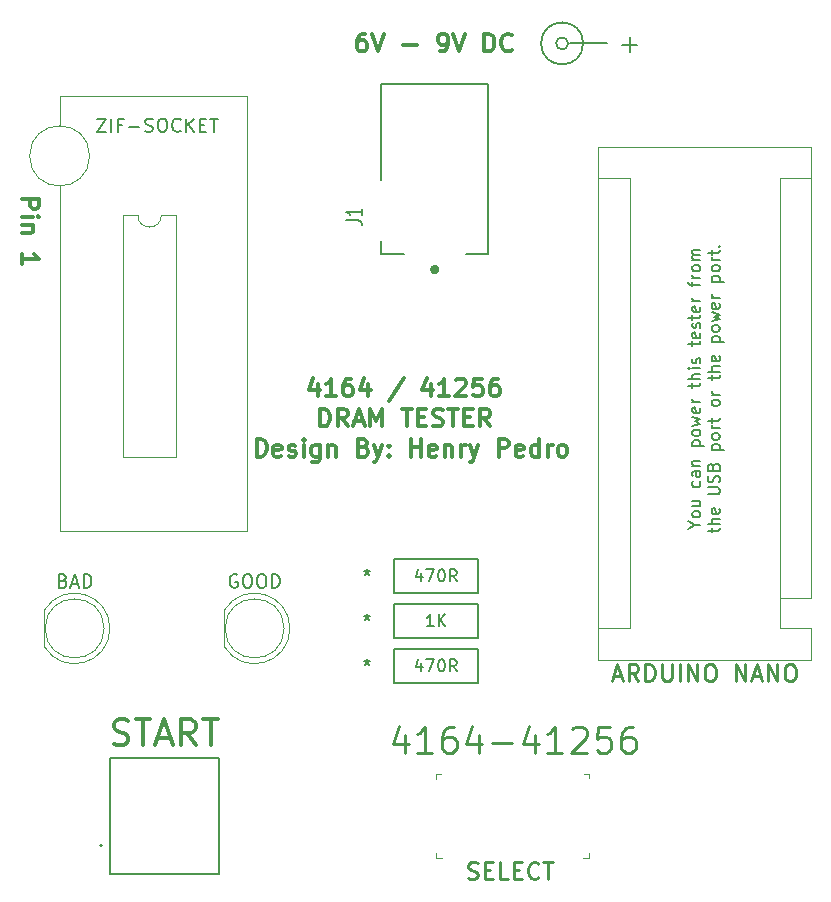
<source format=gbr>
G04 #@! TF.GenerationSoftware,KiCad,Pcbnew,(5.1.5)-3*
G04 #@! TF.CreationDate,2021-03-21T22:58:17-03:00*
G04 #@! TF.ProjectId,4164-41256 Tester,34313634-2d34-4313-9235-362054657374,rev?*
G04 #@! TF.SameCoordinates,Original*
G04 #@! TF.FileFunction,Legend,Top*
G04 #@! TF.FilePolarity,Positive*
%FSLAX46Y46*%
G04 Gerber Fmt 4.6, Leading zero omitted, Abs format (unit mm)*
G04 Created by KiCad (PCBNEW (5.1.5)-3) date 2021-03-21 22:58:17*
%MOMM*%
%LPD*%
G04 APERTURE LIST*
%ADD10C,0.120000*%
%ADD11C,0.203200*%
%ADD12C,0.300000*%
%ADD13C,0.254000*%
%ADD14C,0.150000*%
%ADD15C,0.304800*%
%ADD16C,0.152400*%
%ADD17C,0.200000*%
%ADD18C,0.127000*%
%ADD19C,0.400000*%
%ADD20C,0.100000*%
G04 APERTURE END LIST*
D10*
X76200000Y-93345000D02*
X76200000Y-88900000D01*
X76200000Y-81280000D02*
X76200000Y-83820000D01*
X78740000Y-86360000D02*
G75*
G03X78740000Y-86360000I-2540000J0D01*
G01*
X76200000Y-118110000D02*
X76200000Y-93345000D01*
X92075000Y-118110000D02*
X76200000Y-118110000D01*
X92075000Y-81280000D02*
X92075000Y-118110000D01*
X76200000Y-81280000D02*
X92075000Y-81280000D01*
D11*
X123831047Y-76952928D02*
X125088952Y-76952928D01*
X124460000Y-77581880D02*
X124460000Y-76323976D01*
X119380000Y-76835000D02*
X122555000Y-76835000D01*
X119253000Y-76835000D02*
G75*
G03X119253000Y-76835000I-508000J0D01*
G01*
X120523000Y-76835000D02*
G75*
G03X120523000Y-76835000I-1778000J0D01*
G01*
D12*
X98052857Y-105713571D02*
X98052857Y-106713571D01*
X97695714Y-105142142D02*
X97338571Y-106213571D01*
X98267142Y-106213571D01*
X99624285Y-106713571D02*
X98767142Y-106713571D01*
X99195714Y-106713571D02*
X99195714Y-105213571D01*
X99052857Y-105427857D01*
X98910000Y-105570714D01*
X98767142Y-105642142D01*
X100910000Y-105213571D02*
X100624285Y-105213571D01*
X100481428Y-105285000D01*
X100410000Y-105356428D01*
X100267142Y-105570714D01*
X100195714Y-105856428D01*
X100195714Y-106427857D01*
X100267142Y-106570714D01*
X100338571Y-106642142D01*
X100481428Y-106713571D01*
X100767142Y-106713571D01*
X100910000Y-106642142D01*
X100981428Y-106570714D01*
X101052857Y-106427857D01*
X101052857Y-106070714D01*
X100981428Y-105927857D01*
X100910000Y-105856428D01*
X100767142Y-105785000D01*
X100481428Y-105785000D01*
X100338571Y-105856428D01*
X100267142Y-105927857D01*
X100195714Y-106070714D01*
X102338571Y-105713571D02*
X102338571Y-106713571D01*
X101981428Y-105142142D02*
X101624285Y-106213571D01*
X102552857Y-106213571D01*
X105338571Y-105142142D02*
X104052857Y-107070714D01*
X107624285Y-105713571D02*
X107624285Y-106713571D01*
X107267142Y-105142142D02*
X106910000Y-106213571D01*
X107838571Y-106213571D01*
X109195714Y-106713571D02*
X108338571Y-106713571D01*
X108767142Y-106713571D02*
X108767142Y-105213571D01*
X108624285Y-105427857D01*
X108481428Y-105570714D01*
X108338571Y-105642142D01*
X109767142Y-105356428D02*
X109838571Y-105285000D01*
X109981428Y-105213571D01*
X110338571Y-105213571D01*
X110481428Y-105285000D01*
X110552857Y-105356428D01*
X110624285Y-105499285D01*
X110624285Y-105642142D01*
X110552857Y-105856428D01*
X109695714Y-106713571D01*
X110624285Y-106713571D01*
X111981428Y-105213571D02*
X111267142Y-105213571D01*
X111195714Y-105927857D01*
X111267142Y-105856428D01*
X111410000Y-105785000D01*
X111767142Y-105785000D01*
X111910000Y-105856428D01*
X111981428Y-105927857D01*
X112052857Y-106070714D01*
X112052857Y-106427857D01*
X111981428Y-106570714D01*
X111910000Y-106642142D01*
X111767142Y-106713571D01*
X111410000Y-106713571D01*
X111267142Y-106642142D01*
X111195714Y-106570714D01*
X113338571Y-105213571D02*
X113052857Y-105213571D01*
X112910000Y-105285000D01*
X112838571Y-105356428D01*
X112695714Y-105570714D01*
X112624285Y-105856428D01*
X112624285Y-106427857D01*
X112695714Y-106570714D01*
X112767142Y-106642142D01*
X112910000Y-106713571D01*
X113195714Y-106713571D01*
X113338571Y-106642142D01*
X113410000Y-106570714D01*
X113481428Y-106427857D01*
X113481428Y-106070714D01*
X113410000Y-105927857D01*
X113338571Y-105856428D01*
X113195714Y-105785000D01*
X112910000Y-105785000D01*
X112767142Y-105856428D01*
X112695714Y-105927857D01*
X112624285Y-106070714D01*
X98231428Y-109263571D02*
X98231428Y-107763571D01*
X98588571Y-107763571D01*
X98802857Y-107835000D01*
X98945714Y-107977857D01*
X99017142Y-108120714D01*
X99088571Y-108406428D01*
X99088571Y-108620714D01*
X99017142Y-108906428D01*
X98945714Y-109049285D01*
X98802857Y-109192142D01*
X98588571Y-109263571D01*
X98231428Y-109263571D01*
X100588571Y-109263571D02*
X100088571Y-108549285D01*
X99731428Y-109263571D02*
X99731428Y-107763571D01*
X100302857Y-107763571D01*
X100445714Y-107835000D01*
X100517142Y-107906428D01*
X100588571Y-108049285D01*
X100588571Y-108263571D01*
X100517142Y-108406428D01*
X100445714Y-108477857D01*
X100302857Y-108549285D01*
X99731428Y-108549285D01*
X101160000Y-108835000D02*
X101874285Y-108835000D01*
X101017142Y-109263571D02*
X101517142Y-107763571D01*
X102017142Y-109263571D01*
X102517142Y-109263571D02*
X102517142Y-107763571D01*
X103017142Y-108835000D01*
X103517142Y-107763571D01*
X103517142Y-109263571D01*
X105160000Y-107763571D02*
X106017142Y-107763571D01*
X105588571Y-109263571D02*
X105588571Y-107763571D01*
X106517142Y-108477857D02*
X107017142Y-108477857D01*
X107231428Y-109263571D02*
X106517142Y-109263571D01*
X106517142Y-107763571D01*
X107231428Y-107763571D01*
X107802857Y-109192142D02*
X108017142Y-109263571D01*
X108374285Y-109263571D01*
X108517142Y-109192142D01*
X108588571Y-109120714D01*
X108660000Y-108977857D01*
X108660000Y-108835000D01*
X108588571Y-108692142D01*
X108517142Y-108620714D01*
X108374285Y-108549285D01*
X108088571Y-108477857D01*
X107945714Y-108406428D01*
X107874285Y-108335000D01*
X107802857Y-108192142D01*
X107802857Y-108049285D01*
X107874285Y-107906428D01*
X107945714Y-107835000D01*
X108088571Y-107763571D01*
X108445714Y-107763571D01*
X108660000Y-107835000D01*
X109088571Y-107763571D02*
X109945714Y-107763571D01*
X109517142Y-109263571D02*
X109517142Y-107763571D01*
X110445714Y-108477857D02*
X110945714Y-108477857D01*
X111160000Y-109263571D02*
X110445714Y-109263571D01*
X110445714Y-107763571D01*
X111160000Y-107763571D01*
X112660000Y-109263571D02*
X112160000Y-108549285D01*
X111802857Y-109263571D02*
X111802857Y-107763571D01*
X112374285Y-107763571D01*
X112517142Y-107835000D01*
X112588571Y-107906428D01*
X112660000Y-108049285D01*
X112660000Y-108263571D01*
X112588571Y-108406428D01*
X112517142Y-108477857D01*
X112374285Y-108549285D01*
X111802857Y-108549285D01*
X92874285Y-111813571D02*
X92874285Y-110313571D01*
X93231428Y-110313571D01*
X93445714Y-110385000D01*
X93588571Y-110527857D01*
X93660000Y-110670714D01*
X93731428Y-110956428D01*
X93731428Y-111170714D01*
X93660000Y-111456428D01*
X93588571Y-111599285D01*
X93445714Y-111742142D01*
X93231428Y-111813571D01*
X92874285Y-111813571D01*
X94945714Y-111742142D02*
X94802857Y-111813571D01*
X94517142Y-111813571D01*
X94374285Y-111742142D01*
X94302857Y-111599285D01*
X94302857Y-111027857D01*
X94374285Y-110885000D01*
X94517142Y-110813571D01*
X94802857Y-110813571D01*
X94945714Y-110885000D01*
X95017142Y-111027857D01*
X95017142Y-111170714D01*
X94302857Y-111313571D01*
X95588571Y-111742142D02*
X95731428Y-111813571D01*
X96017142Y-111813571D01*
X96160000Y-111742142D01*
X96231428Y-111599285D01*
X96231428Y-111527857D01*
X96160000Y-111385000D01*
X96017142Y-111313571D01*
X95802857Y-111313571D01*
X95660000Y-111242142D01*
X95588571Y-111099285D01*
X95588571Y-111027857D01*
X95660000Y-110885000D01*
X95802857Y-110813571D01*
X96017142Y-110813571D01*
X96160000Y-110885000D01*
X96874285Y-111813571D02*
X96874285Y-110813571D01*
X96874285Y-110313571D02*
X96802857Y-110385000D01*
X96874285Y-110456428D01*
X96945714Y-110385000D01*
X96874285Y-110313571D01*
X96874285Y-110456428D01*
X98231428Y-110813571D02*
X98231428Y-112027857D01*
X98160000Y-112170714D01*
X98088571Y-112242142D01*
X97945714Y-112313571D01*
X97731428Y-112313571D01*
X97588571Y-112242142D01*
X98231428Y-111742142D02*
X98088571Y-111813571D01*
X97802857Y-111813571D01*
X97660000Y-111742142D01*
X97588571Y-111670714D01*
X97517142Y-111527857D01*
X97517142Y-111099285D01*
X97588571Y-110956428D01*
X97660000Y-110885000D01*
X97802857Y-110813571D01*
X98088571Y-110813571D01*
X98231428Y-110885000D01*
X98945714Y-110813571D02*
X98945714Y-111813571D01*
X98945714Y-110956428D02*
X99017142Y-110885000D01*
X99160000Y-110813571D01*
X99374285Y-110813571D01*
X99517142Y-110885000D01*
X99588571Y-111027857D01*
X99588571Y-111813571D01*
X101945714Y-111027857D02*
X102160000Y-111099285D01*
X102231428Y-111170714D01*
X102302857Y-111313571D01*
X102302857Y-111527857D01*
X102231428Y-111670714D01*
X102160000Y-111742142D01*
X102017142Y-111813571D01*
X101445714Y-111813571D01*
X101445714Y-110313571D01*
X101945714Y-110313571D01*
X102088571Y-110385000D01*
X102160000Y-110456428D01*
X102231428Y-110599285D01*
X102231428Y-110742142D01*
X102160000Y-110885000D01*
X102088571Y-110956428D01*
X101945714Y-111027857D01*
X101445714Y-111027857D01*
X102802857Y-110813571D02*
X103160000Y-111813571D01*
X103517142Y-110813571D02*
X103160000Y-111813571D01*
X103017142Y-112170714D01*
X102945714Y-112242142D01*
X102802857Y-112313571D01*
X104088571Y-111670714D02*
X104160000Y-111742142D01*
X104088571Y-111813571D01*
X104017142Y-111742142D01*
X104088571Y-111670714D01*
X104088571Y-111813571D01*
X104088571Y-110885000D02*
X104160000Y-110956428D01*
X104088571Y-111027857D01*
X104017142Y-110956428D01*
X104088571Y-110885000D01*
X104088571Y-111027857D01*
X105945714Y-111813571D02*
X105945714Y-110313571D01*
X105945714Y-111027857D02*
X106802857Y-111027857D01*
X106802857Y-111813571D02*
X106802857Y-110313571D01*
X108088571Y-111742142D02*
X107945714Y-111813571D01*
X107660000Y-111813571D01*
X107517142Y-111742142D01*
X107445714Y-111599285D01*
X107445714Y-111027857D01*
X107517142Y-110885000D01*
X107660000Y-110813571D01*
X107945714Y-110813571D01*
X108088571Y-110885000D01*
X108160000Y-111027857D01*
X108160000Y-111170714D01*
X107445714Y-111313571D01*
X108802857Y-110813571D02*
X108802857Y-111813571D01*
X108802857Y-110956428D02*
X108874285Y-110885000D01*
X109017142Y-110813571D01*
X109231428Y-110813571D01*
X109374285Y-110885000D01*
X109445714Y-111027857D01*
X109445714Y-111813571D01*
X110160000Y-111813571D02*
X110160000Y-110813571D01*
X110160000Y-111099285D02*
X110231428Y-110956428D01*
X110302857Y-110885000D01*
X110445714Y-110813571D01*
X110588571Y-110813571D01*
X110945714Y-110813571D02*
X111302857Y-111813571D01*
X111660000Y-110813571D02*
X111302857Y-111813571D01*
X111160000Y-112170714D01*
X111088571Y-112242142D01*
X110945714Y-112313571D01*
X113374285Y-111813571D02*
X113374285Y-110313571D01*
X113945714Y-110313571D01*
X114088571Y-110385000D01*
X114160000Y-110456428D01*
X114231428Y-110599285D01*
X114231428Y-110813571D01*
X114160000Y-110956428D01*
X114088571Y-111027857D01*
X113945714Y-111099285D01*
X113374285Y-111099285D01*
X115445714Y-111742142D02*
X115302857Y-111813571D01*
X115017142Y-111813571D01*
X114874285Y-111742142D01*
X114802857Y-111599285D01*
X114802857Y-111027857D01*
X114874285Y-110885000D01*
X115017142Y-110813571D01*
X115302857Y-110813571D01*
X115445714Y-110885000D01*
X115517142Y-111027857D01*
X115517142Y-111170714D01*
X114802857Y-111313571D01*
X116802857Y-111813571D02*
X116802857Y-110313571D01*
X116802857Y-111742142D02*
X116660000Y-111813571D01*
X116374285Y-111813571D01*
X116231428Y-111742142D01*
X116160000Y-111670714D01*
X116088571Y-111527857D01*
X116088571Y-111099285D01*
X116160000Y-110956428D01*
X116231428Y-110885000D01*
X116374285Y-110813571D01*
X116660000Y-110813571D01*
X116802857Y-110885000D01*
X117517142Y-111813571D02*
X117517142Y-110813571D01*
X117517142Y-111099285D02*
X117588571Y-110956428D01*
X117660000Y-110885000D01*
X117802857Y-110813571D01*
X117945714Y-110813571D01*
X118660000Y-111813571D02*
X118517142Y-111742142D01*
X118445714Y-111670714D01*
X118374285Y-111527857D01*
X118374285Y-111099285D01*
X118445714Y-110956428D01*
X118517142Y-110885000D01*
X118660000Y-110813571D01*
X118874285Y-110813571D01*
X119017142Y-110885000D01*
X119088571Y-110956428D01*
X119160000Y-111099285D01*
X119160000Y-111527857D01*
X119088571Y-111670714D01*
X119017142Y-111742142D01*
X118874285Y-111813571D01*
X118660000Y-111813571D01*
D13*
X110777866Y-147514733D02*
X110981066Y-147582466D01*
X111319733Y-147582466D01*
X111455200Y-147514733D01*
X111522933Y-147447000D01*
X111590666Y-147311533D01*
X111590666Y-147176066D01*
X111522933Y-147040600D01*
X111455200Y-146972866D01*
X111319733Y-146905133D01*
X111048800Y-146837400D01*
X110913333Y-146769666D01*
X110845600Y-146701933D01*
X110777866Y-146566466D01*
X110777866Y-146431000D01*
X110845600Y-146295533D01*
X110913333Y-146227800D01*
X111048800Y-146160066D01*
X111387466Y-146160066D01*
X111590666Y-146227800D01*
X112200266Y-146837400D02*
X112674400Y-146837400D01*
X112877600Y-147582466D02*
X112200266Y-147582466D01*
X112200266Y-146160066D01*
X112877600Y-146160066D01*
X114164533Y-147582466D02*
X113487200Y-147582466D01*
X113487200Y-146160066D01*
X114638666Y-146837400D02*
X115112800Y-146837400D01*
X115316000Y-147582466D02*
X114638666Y-147582466D01*
X114638666Y-146160066D01*
X115316000Y-146160066D01*
X116738400Y-147447000D02*
X116670666Y-147514733D01*
X116467466Y-147582466D01*
X116332000Y-147582466D01*
X116128800Y-147514733D01*
X115993333Y-147379266D01*
X115925600Y-147243800D01*
X115857866Y-146972866D01*
X115857866Y-146769666D01*
X115925600Y-146498733D01*
X115993333Y-146363266D01*
X116128800Y-146227800D01*
X116332000Y-146160066D01*
X116467466Y-146160066D01*
X116670666Y-146227800D01*
X116738400Y-146295533D01*
X117144800Y-146160066D02*
X117957600Y-146160066D01*
X117551200Y-147582466D02*
X117551200Y-146160066D01*
D14*
X129961190Y-117592619D02*
X130437380Y-117592619D01*
X129437380Y-117925952D02*
X129961190Y-117592619D01*
X129437380Y-117259285D01*
X130437380Y-116783095D02*
X130389761Y-116878333D01*
X130342142Y-116925952D01*
X130246904Y-116973571D01*
X129961190Y-116973571D01*
X129865952Y-116925952D01*
X129818333Y-116878333D01*
X129770714Y-116783095D01*
X129770714Y-116640238D01*
X129818333Y-116545000D01*
X129865952Y-116497380D01*
X129961190Y-116449761D01*
X130246904Y-116449761D01*
X130342142Y-116497380D01*
X130389761Y-116545000D01*
X130437380Y-116640238D01*
X130437380Y-116783095D01*
X129770714Y-115592619D02*
X130437380Y-115592619D01*
X129770714Y-116021190D02*
X130294523Y-116021190D01*
X130389761Y-115973571D01*
X130437380Y-115878333D01*
X130437380Y-115735476D01*
X130389761Y-115640238D01*
X130342142Y-115592619D01*
X130389761Y-113925952D02*
X130437380Y-114021190D01*
X130437380Y-114211666D01*
X130389761Y-114306904D01*
X130342142Y-114354523D01*
X130246904Y-114402142D01*
X129961190Y-114402142D01*
X129865952Y-114354523D01*
X129818333Y-114306904D01*
X129770714Y-114211666D01*
X129770714Y-114021190D01*
X129818333Y-113925952D01*
X130437380Y-113068809D02*
X129913571Y-113068809D01*
X129818333Y-113116428D01*
X129770714Y-113211666D01*
X129770714Y-113402142D01*
X129818333Y-113497380D01*
X130389761Y-113068809D02*
X130437380Y-113164047D01*
X130437380Y-113402142D01*
X130389761Y-113497380D01*
X130294523Y-113545000D01*
X130199285Y-113545000D01*
X130104047Y-113497380D01*
X130056428Y-113402142D01*
X130056428Y-113164047D01*
X130008809Y-113068809D01*
X129770714Y-112592619D02*
X130437380Y-112592619D01*
X129865952Y-112592619D02*
X129818333Y-112545000D01*
X129770714Y-112449761D01*
X129770714Y-112306904D01*
X129818333Y-112211666D01*
X129913571Y-112164047D01*
X130437380Y-112164047D01*
X129770714Y-110925952D02*
X130770714Y-110925952D01*
X129818333Y-110925952D02*
X129770714Y-110830714D01*
X129770714Y-110640238D01*
X129818333Y-110545000D01*
X129865952Y-110497380D01*
X129961190Y-110449761D01*
X130246904Y-110449761D01*
X130342142Y-110497380D01*
X130389761Y-110545000D01*
X130437380Y-110640238D01*
X130437380Y-110830714D01*
X130389761Y-110925952D01*
X130437380Y-109878333D02*
X130389761Y-109973571D01*
X130342142Y-110021190D01*
X130246904Y-110068809D01*
X129961190Y-110068809D01*
X129865952Y-110021190D01*
X129818333Y-109973571D01*
X129770714Y-109878333D01*
X129770714Y-109735476D01*
X129818333Y-109640238D01*
X129865952Y-109592619D01*
X129961190Y-109545000D01*
X130246904Y-109545000D01*
X130342142Y-109592619D01*
X130389761Y-109640238D01*
X130437380Y-109735476D01*
X130437380Y-109878333D01*
X129770714Y-109211666D02*
X130437380Y-109021190D01*
X129961190Y-108830714D01*
X130437380Y-108640238D01*
X129770714Y-108449761D01*
X130389761Y-107687857D02*
X130437380Y-107783095D01*
X130437380Y-107973571D01*
X130389761Y-108068809D01*
X130294523Y-108116428D01*
X129913571Y-108116428D01*
X129818333Y-108068809D01*
X129770714Y-107973571D01*
X129770714Y-107783095D01*
X129818333Y-107687857D01*
X129913571Y-107640238D01*
X130008809Y-107640238D01*
X130104047Y-108116428D01*
X130437380Y-107211666D02*
X129770714Y-107211666D01*
X129961190Y-107211666D02*
X129865952Y-107164047D01*
X129818333Y-107116428D01*
X129770714Y-107021190D01*
X129770714Y-106925952D01*
X129770714Y-105973571D02*
X129770714Y-105592619D01*
X129437380Y-105830714D02*
X130294523Y-105830714D01*
X130389761Y-105783095D01*
X130437380Y-105687857D01*
X130437380Y-105592619D01*
X130437380Y-105259285D02*
X129437380Y-105259285D01*
X130437380Y-104830714D02*
X129913571Y-104830714D01*
X129818333Y-104878333D01*
X129770714Y-104973571D01*
X129770714Y-105116428D01*
X129818333Y-105211666D01*
X129865952Y-105259285D01*
X130437380Y-104354523D02*
X129770714Y-104354523D01*
X129437380Y-104354523D02*
X129485000Y-104402142D01*
X129532619Y-104354523D01*
X129485000Y-104306904D01*
X129437380Y-104354523D01*
X129532619Y-104354523D01*
X130389761Y-103925952D02*
X130437380Y-103830714D01*
X130437380Y-103640238D01*
X130389761Y-103545000D01*
X130294523Y-103497380D01*
X130246904Y-103497380D01*
X130151666Y-103545000D01*
X130104047Y-103640238D01*
X130104047Y-103783095D01*
X130056428Y-103878333D01*
X129961190Y-103925952D01*
X129913571Y-103925952D01*
X129818333Y-103878333D01*
X129770714Y-103783095D01*
X129770714Y-103640238D01*
X129818333Y-103545000D01*
X129770714Y-102449761D02*
X129770714Y-102068809D01*
X129437380Y-102306904D02*
X130294523Y-102306904D01*
X130389761Y-102259285D01*
X130437380Y-102164047D01*
X130437380Y-102068809D01*
X130389761Y-101354523D02*
X130437380Y-101449761D01*
X130437380Y-101640238D01*
X130389761Y-101735476D01*
X130294523Y-101783095D01*
X129913571Y-101783095D01*
X129818333Y-101735476D01*
X129770714Y-101640238D01*
X129770714Y-101449761D01*
X129818333Y-101354523D01*
X129913571Y-101306904D01*
X130008809Y-101306904D01*
X130104047Y-101783095D01*
X130389761Y-100925952D02*
X130437380Y-100830714D01*
X130437380Y-100640238D01*
X130389761Y-100545000D01*
X130294523Y-100497380D01*
X130246904Y-100497380D01*
X130151666Y-100545000D01*
X130104047Y-100640238D01*
X130104047Y-100783095D01*
X130056428Y-100878333D01*
X129961190Y-100925952D01*
X129913571Y-100925952D01*
X129818333Y-100878333D01*
X129770714Y-100783095D01*
X129770714Y-100640238D01*
X129818333Y-100545000D01*
X129770714Y-100211666D02*
X129770714Y-99830714D01*
X129437380Y-100068809D02*
X130294523Y-100068809D01*
X130389761Y-100021190D01*
X130437380Y-99925952D01*
X130437380Y-99830714D01*
X130389761Y-99116428D02*
X130437380Y-99211666D01*
X130437380Y-99402142D01*
X130389761Y-99497380D01*
X130294523Y-99545000D01*
X129913571Y-99545000D01*
X129818333Y-99497380D01*
X129770714Y-99402142D01*
X129770714Y-99211666D01*
X129818333Y-99116428D01*
X129913571Y-99068809D01*
X130008809Y-99068809D01*
X130104047Y-99545000D01*
X130437380Y-98640238D02*
X129770714Y-98640238D01*
X129961190Y-98640238D02*
X129865952Y-98592619D01*
X129818333Y-98545000D01*
X129770714Y-98449761D01*
X129770714Y-98354523D01*
X129770714Y-97402142D02*
X129770714Y-97021190D01*
X130437380Y-97259285D02*
X129580238Y-97259285D01*
X129485000Y-97211666D01*
X129437380Y-97116428D01*
X129437380Y-97021190D01*
X130437380Y-96687857D02*
X129770714Y-96687857D01*
X129961190Y-96687857D02*
X129865952Y-96640238D01*
X129818333Y-96592619D01*
X129770714Y-96497380D01*
X129770714Y-96402142D01*
X130437380Y-95925952D02*
X130389761Y-96021190D01*
X130342142Y-96068809D01*
X130246904Y-96116428D01*
X129961190Y-96116428D01*
X129865952Y-96068809D01*
X129818333Y-96021190D01*
X129770714Y-95925952D01*
X129770714Y-95783095D01*
X129818333Y-95687857D01*
X129865952Y-95640238D01*
X129961190Y-95592619D01*
X130246904Y-95592619D01*
X130342142Y-95640238D01*
X130389761Y-95687857D01*
X130437380Y-95783095D01*
X130437380Y-95925952D01*
X130437380Y-95164047D02*
X129770714Y-95164047D01*
X129865952Y-95164047D02*
X129818333Y-95116428D01*
X129770714Y-95021190D01*
X129770714Y-94878333D01*
X129818333Y-94783095D01*
X129913571Y-94735476D01*
X130437380Y-94735476D01*
X129913571Y-94735476D02*
X129818333Y-94687857D01*
X129770714Y-94592619D01*
X129770714Y-94449761D01*
X129818333Y-94354523D01*
X129913571Y-94306904D01*
X130437380Y-94306904D01*
X131420714Y-118235476D02*
X131420714Y-117854523D01*
X131087380Y-118092619D02*
X131944523Y-118092619D01*
X132039761Y-118045000D01*
X132087380Y-117949761D01*
X132087380Y-117854523D01*
X132087380Y-117521190D02*
X131087380Y-117521190D01*
X132087380Y-117092619D02*
X131563571Y-117092619D01*
X131468333Y-117140238D01*
X131420714Y-117235476D01*
X131420714Y-117378333D01*
X131468333Y-117473571D01*
X131515952Y-117521190D01*
X132039761Y-116235476D02*
X132087380Y-116330714D01*
X132087380Y-116521190D01*
X132039761Y-116616428D01*
X131944523Y-116664047D01*
X131563571Y-116664047D01*
X131468333Y-116616428D01*
X131420714Y-116521190D01*
X131420714Y-116330714D01*
X131468333Y-116235476D01*
X131563571Y-116187857D01*
X131658809Y-116187857D01*
X131754047Y-116664047D01*
X131087380Y-114997380D02*
X131896904Y-114997380D01*
X131992142Y-114949761D01*
X132039761Y-114902142D01*
X132087380Y-114806904D01*
X132087380Y-114616428D01*
X132039761Y-114521190D01*
X131992142Y-114473571D01*
X131896904Y-114425952D01*
X131087380Y-114425952D01*
X132039761Y-113997380D02*
X132087380Y-113854523D01*
X132087380Y-113616428D01*
X132039761Y-113521190D01*
X131992142Y-113473571D01*
X131896904Y-113425952D01*
X131801666Y-113425952D01*
X131706428Y-113473571D01*
X131658809Y-113521190D01*
X131611190Y-113616428D01*
X131563571Y-113806904D01*
X131515952Y-113902142D01*
X131468333Y-113949761D01*
X131373095Y-113997380D01*
X131277857Y-113997380D01*
X131182619Y-113949761D01*
X131135000Y-113902142D01*
X131087380Y-113806904D01*
X131087380Y-113568809D01*
X131135000Y-113425952D01*
X131563571Y-112664047D02*
X131611190Y-112521190D01*
X131658809Y-112473571D01*
X131754047Y-112425952D01*
X131896904Y-112425952D01*
X131992142Y-112473571D01*
X132039761Y-112521190D01*
X132087380Y-112616428D01*
X132087380Y-112997380D01*
X131087380Y-112997380D01*
X131087380Y-112664047D01*
X131135000Y-112568809D01*
X131182619Y-112521190D01*
X131277857Y-112473571D01*
X131373095Y-112473571D01*
X131468333Y-112521190D01*
X131515952Y-112568809D01*
X131563571Y-112664047D01*
X131563571Y-112997380D01*
X131420714Y-111235476D02*
X132420714Y-111235476D01*
X131468333Y-111235476D02*
X131420714Y-111140238D01*
X131420714Y-110949761D01*
X131468333Y-110854523D01*
X131515952Y-110806904D01*
X131611190Y-110759285D01*
X131896904Y-110759285D01*
X131992142Y-110806904D01*
X132039761Y-110854523D01*
X132087380Y-110949761D01*
X132087380Y-111140238D01*
X132039761Y-111235476D01*
X132087380Y-110187857D02*
X132039761Y-110283095D01*
X131992142Y-110330714D01*
X131896904Y-110378333D01*
X131611190Y-110378333D01*
X131515952Y-110330714D01*
X131468333Y-110283095D01*
X131420714Y-110187857D01*
X131420714Y-110045000D01*
X131468333Y-109949761D01*
X131515952Y-109902142D01*
X131611190Y-109854523D01*
X131896904Y-109854523D01*
X131992142Y-109902142D01*
X132039761Y-109949761D01*
X132087380Y-110045000D01*
X132087380Y-110187857D01*
X132087380Y-109425952D02*
X131420714Y-109425952D01*
X131611190Y-109425952D02*
X131515952Y-109378333D01*
X131468333Y-109330714D01*
X131420714Y-109235476D01*
X131420714Y-109140238D01*
X131420714Y-108949761D02*
X131420714Y-108568809D01*
X131087380Y-108806904D02*
X131944523Y-108806904D01*
X132039761Y-108759285D01*
X132087380Y-108664047D01*
X132087380Y-108568809D01*
X132087380Y-107330714D02*
X132039761Y-107425952D01*
X131992142Y-107473571D01*
X131896904Y-107521190D01*
X131611190Y-107521190D01*
X131515952Y-107473571D01*
X131468333Y-107425952D01*
X131420714Y-107330714D01*
X131420714Y-107187857D01*
X131468333Y-107092619D01*
X131515952Y-107045000D01*
X131611190Y-106997380D01*
X131896904Y-106997380D01*
X131992142Y-107045000D01*
X132039761Y-107092619D01*
X132087380Y-107187857D01*
X132087380Y-107330714D01*
X132087380Y-106568809D02*
X131420714Y-106568809D01*
X131611190Y-106568809D02*
X131515952Y-106521190D01*
X131468333Y-106473571D01*
X131420714Y-106378333D01*
X131420714Y-106283095D01*
X131420714Y-105330714D02*
X131420714Y-104949761D01*
X131087380Y-105187857D02*
X131944523Y-105187857D01*
X132039761Y-105140238D01*
X132087380Y-105045000D01*
X132087380Y-104949761D01*
X132087380Y-104616428D02*
X131087380Y-104616428D01*
X132087380Y-104187857D02*
X131563571Y-104187857D01*
X131468333Y-104235476D01*
X131420714Y-104330714D01*
X131420714Y-104473571D01*
X131468333Y-104568809D01*
X131515952Y-104616428D01*
X132039761Y-103330714D02*
X132087380Y-103425952D01*
X132087380Y-103616428D01*
X132039761Y-103711666D01*
X131944523Y-103759285D01*
X131563571Y-103759285D01*
X131468333Y-103711666D01*
X131420714Y-103616428D01*
X131420714Y-103425952D01*
X131468333Y-103330714D01*
X131563571Y-103283095D01*
X131658809Y-103283095D01*
X131754047Y-103759285D01*
X131420714Y-102092619D02*
X132420714Y-102092619D01*
X131468333Y-102092619D02*
X131420714Y-101997380D01*
X131420714Y-101806904D01*
X131468333Y-101711666D01*
X131515952Y-101664047D01*
X131611190Y-101616428D01*
X131896904Y-101616428D01*
X131992142Y-101664047D01*
X132039761Y-101711666D01*
X132087380Y-101806904D01*
X132087380Y-101997380D01*
X132039761Y-102092619D01*
X132087380Y-101045000D02*
X132039761Y-101140238D01*
X131992142Y-101187857D01*
X131896904Y-101235476D01*
X131611190Y-101235476D01*
X131515952Y-101187857D01*
X131468333Y-101140238D01*
X131420714Y-101045000D01*
X131420714Y-100902142D01*
X131468333Y-100806904D01*
X131515952Y-100759285D01*
X131611190Y-100711666D01*
X131896904Y-100711666D01*
X131992142Y-100759285D01*
X132039761Y-100806904D01*
X132087380Y-100902142D01*
X132087380Y-101045000D01*
X131420714Y-100378333D02*
X132087380Y-100187857D01*
X131611190Y-99997380D01*
X132087380Y-99806904D01*
X131420714Y-99616428D01*
X132039761Y-98854523D02*
X132087380Y-98949761D01*
X132087380Y-99140238D01*
X132039761Y-99235476D01*
X131944523Y-99283095D01*
X131563571Y-99283095D01*
X131468333Y-99235476D01*
X131420714Y-99140238D01*
X131420714Y-98949761D01*
X131468333Y-98854523D01*
X131563571Y-98806904D01*
X131658809Y-98806904D01*
X131754047Y-99283095D01*
X132087380Y-98378333D02*
X131420714Y-98378333D01*
X131611190Y-98378333D02*
X131515952Y-98330714D01*
X131468333Y-98283095D01*
X131420714Y-98187857D01*
X131420714Y-98092619D01*
X131420714Y-96997380D02*
X132420714Y-96997380D01*
X131468333Y-96997380D02*
X131420714Y-96902142D01*
X131420714Y-96711666D01*
X131468333Y-96616428D01*
X131515952Y-96568809D01*
X131611190Y-96521190D01*
X131896904Y-96521190D01*
X131992142Y-96568809D01*
X132039761Y-96616428D01*
X132087380Y-96711666D01*
X132087380Y-96902142D01*
X132039761Y-96997380D01*
X132087380Y-95949761D02*
X132039761Y-96045000D01*
X131992142Y-96092619D01*
X131896904Y-96140238D01*
X131611190Y-96140238D01*
X131515952Y-96092619D01*
X131468333Y-96045000D01*
X131420714Y-95949761D01*
X131420714Y-95806904D01*
X131468333Y-95711666D01*
X131515952Y-95664047D01*
X131611190Y-95616428D01*
X131896904Y-95616428D01*
X131992142Y-95664047D01*
X132039761Y-95711666D01*
X132087380Y-95806904D01*
X132087380Y-95949761D01*
X132087380Y-95187857D02*
X131420714Y-95187857D01*
X131611190Y-95187857D02*
X131515952Y-95140238D01*
X131468333Y-95092619D01*
X131420714Y-94997380D01*
X131420714Y-94902142D01*
X131420714Y-94711666D02*
X131420714Y-94330714D01*
X131087380Y-94568809D02*
X131944523Y-94568809D01*
X132039761Y-94521190D01*
X132087380Y-94425952D01*
X132087380Y-94330714D01*
X131992142Y-93997380D02*
X132039761Y-93949761D01*
X132087380Y-93997380D01*
X132039761Y-94045000D01*
X131992142Y-93997380D01*
X132087380Y-93997380D01*
D15*
X80773209Y-136139161D02*
X81085266Y-136243180D01*
X81605361Y-136243180D01*
X81813400Y-136139161D01*
X81917419Y-136035142D01*
X82021438Y-135827104D01*
X82021438Y-135619066D01*
X81917419Y-135411028D01*
X81813400Y-135307009D01*
X81605361Y-135202990D01*
X81189285Y-135098971D01*
X80981247Y-134994952D01*
X80877228Y-134890933D01*
X80773209Y-134682895D01*
X80773209Y-134474857D01*
X80877228Y-134266819D01*
X80981247Y-134162800D01*
X81189285Y-134058780D01*
X81709380Y-134058780D01*
X82021438Y-134162800D01*
X82645552Y-134058780D02*
X83893780Y-134058780D01*
X83269666Y-136243180D02*
X83269666Y-134058780D01*
X84517895Y-135619066D02*
X85558085Y-135619066D01*
X84309857Y-136243180D02*
X85037990Y-134058780D01*
X85766123Y-136243180D01*
X87742485Y-136243180D02*
X87014352Y-135202990D01*
X86494257Y-136243180D02*
X86494257Y-134058780D01*
X87326409Y-134058780D01*
X87534447Y-134162800D01*
X87638466Y-134266819D01*
X87742485Y-134474857D01*
X87742485Y-134786914D01*
X87638466Y-134994952D01*
X87534447Y-135098971D01*
X87326409Y-135202990D01*
X86494257Y-135202990D01*
X88366600Y-134058780D02*
X89614828Y-134058780D01*
X88990714Y-136243180D02*
X88990714Y-134058780D01*
D12*
X102092857Y-76013571D02*
X101807142Y-76013571D01*
X101664285Y-76085000D01*
X101592857Y-76156428D01*
X101450000Y-76370714D01*
X101378571Y-76656428D01*
X101378571Y-77227857D01*
X101450000Y-77370714D01*
X101521428Y-77442142D01*
X101664285Y-77513571D01*
X101950000Y-77513571D01*
X102092857Y-77442142D01*
X102164285Y-77370714D01*
X102235714Y-77227857D01*
X102235714Y-76870714D01*
X102164285Y-76727857D01*
X102092857Y-76656428D01*
X101950000Y-76585000D01*
X101664285Y-76585000D01*
X101521428Y-76656428D01*
X101450000Y-76727857D01*
X101378571Y-76870714D01*
X102664285Y-76013571D02*
X103164285Y-77513571D01*
X103664285Y-76013571D01*
X105307142Y-76942142D02*
X106450000Y-76942142D01*
X108378571Y-77513571D02*
X108664285Y-77513571D01*
X108807142Y-77442142D01*
X108878571Y-77370714D01*
X109021428Y-77156428D01*
X109092857Y-76870714D01*
X109092857Y-76299285D01*
X109021428Y-76156428D01*
X108950000Y-76085000D01*
X108807142Y-76013571D01*
X108521428Y-76013571D01*
X108378571Y-76085000D01*
X108307142Y-76156428D01*
X108235714Y-76299285D01*
X108235714Y-76656428D01*
X108307142Y-76799285D01*
X108378571Y-76870714D01*
X108521428Y-76942142D01*
X108807142Y-76942142D01*
X108950000Y-76870714D01*
X109021428Y-76799285D01*
X109092857Y-76656428D01*
X109521428Y-76013571D02*
X110021428Y-77513571D01*
X110521428Y-76013571D01*
X112164285Y-77513571D02*
X112164285Y-76013571D01*
X112521428Y-76013571D01*
X112735714Y-76085000D01*
X112878571Y-76227857D01*
X112950000Y-76370714D01*
X113021428Y-76656428D01*
X113021428Y-76870714D01*
X112950000Y-77156428D01*
X112878571Y-77299285D01*
X112735714Y-77442142D01*
X112521428Y-77513571D01*
X112164285Y-77513571D01*
X114521428Y-77370714D02*
X114450000Y-77442142D01*
X114235714Y-77513571D01*
X114092857Y-77513571D01*
X113878571Y-77442142D01*
X113735714Y-77299285D01*
X113664285Y-77156428D01*
X113592857Y-76870714D01*
X113592857Y-76656428D01*
X113664285Y-76370714D01*
X113735714Y-76227857D01*
X113878571Y-76085000D01*
X114092857Y-76013571D01*
X114235714Y-76013571D01*
X114450000Y-76085000D01*
X114521428Y-76156428D01*
X72981428Y-89995714D02*
X74481428Y-89995714D01*
X74481428Y-90567142D01*
X74410000Y-90710000D01*
X74338571Y-90781428D01*
X74195714Y-90852857D01*
X73981428Y-90852857D01*
X73838571Y-90781428D01*
X73767142Y-90710000D01*
X73695714Y-90567142D01*
X73695714Y-89995714D01*
X72981428Y-91495714D02*
X73981428Y-91495714D01*
X74481428Y-91495714D02*
X74410000Y-91424285D01*
X74338571Y-91495714D01*
X74410000Y-91567142D01*
X74481428Y-91495714D01*
X74338571Y-91495714D01*
X73981428Y-92210000D02*
X72981428Y-92210000D01*
X73838571Y-92210000D02*
X73910000Y-92281428D01*
X73981428Y-92424285D01*
X73981428Y-92638571D01*
X73910000Y-92781428D01*
X73767142Y-92852857D01*
X72981428Y-92852857D01*
X72981428Y-95495714D02*
X72981428Y-94638571D01*
X72981428Y-95067142D02*
X74481428Y-95067142D01*
X74267142Y-94924285D01*
X74124285Y-94781428D01*
X74052857Y-94638571D01*
D10*
X121790000Y-129035000D02*
X139830000Y-129035000D01*
X121790000Y-85595000D02*
X121790000Y-129035000D01*
X139830000Y-85595000D02*
X121790000Y-85595000D01*
X137160000Y-88265000D02*
X139830000Y-88265000D01*
X137160000Y-123825000D02*
X137160000Y-88265000D01*
X137160000Y-123825000D02*
X139830000Y-123825000D01*
X124460000Y-88265000D02*
X121790000Y-88265000D01*
X124460000Y-126365000D02*
X124460000Y-88265000D01*
X124460000Y-126365000D02*
X121790000Y-126365000D01*
X139830000Y-129035000D02*
X139830000Y-126365000D01*
X139830000Y-123825000D02*
X139830000Y-85595000D01*
X137160000Y-126365000D02*
X139830000Y-126365000D01*
X137160000Y-123825000D02*
X137160000Y-126365000D01*
D16*
X104546400Y-124307600D02*
X104546400Y-127152400D01*
X111607600Y-124307600D02*
X104546400Y-124307600D01*
X111607600Y-127152400D02*
X111607600Y-124307600D01*
X104546400Y-127152400D02*
X111607600Y-127152400D01*
D17*
X79790000Y-144740000D02*
G75*
G03X79790000Y-144740000I-100000J0D01*
G01*
D18*
X80490000Y-147140000D02*
X89690000Y-147140000D01*
X89690000Y-137340000D02*
X80490000Y-137340000D01*
X89690000Y-147140000D02*
X89690000Y-137340000D01*
X80490000Y-137340000D02*
X80490000Y-147140000D01*
D10*
X86070000Y-91380000D02*
X84820000Y-91380000D01*
X86070000Y-111820000D02*
X86070000Y-91380000D01*
X81570000Y-111820000D02*
X86070000Y-111820000D01*
X81570000Y-91380000D02*
X81570000Y-111820000D01*
X82820000Y-91380000D02*
X81570000Y-91380000D01*
X84820000Y-91380000D02*
G75*
G02X82820000Y-91380000I-1000000J0D01*
G01*
D19*
X108150000Y-95980000D02*
G75*
G03X108150000Y-95980000I-200000J0D01*
G01*
D18*
X105400000Y-94680000D02*
X103450000Y-94680000D01*
X103450000Y-88430000D02*
X103450000Y-80280000D01*
X112450000Y-94680000D02*
X110600000Y-94680000D01*
X103450000Y-94680000D02*
X103450000Y-93530000D01*
X112450000Y-80280000D02*
X112450000Y-94680000D01*
X103450000Y-80280000D02*
X112450000Y-80280000D01*
D16*
X104546400Y-128117600D02*
X104546400Y-130962400D01*
X111607600Y-128117600D02*
X104546400Y-128117600D01*
X111607600Y-130962400D02*
X111607600Y-128117600D01*
X104546400Y-130962400D02*
X111607600Y-130962400D01*
X104546400Y-120497600D02*
X104546400Y-123342400D01*
X111607600Y-120497600D02*
X104546400Y-120497600D01*
X111607600Y-123342400D02*
X111607600Y-120497600D01*
X104546400Y-123342400D02*
X111607600Y-123342400D01*
D20*
X121005000Y-138715000D02*
X121005000Y-139065000D01*
X120630000Y-138715000D02*
X121005000Y-138715000D01*
X108105000Y-138715000D02*
X108505000Y-138715000D01*
X108105000Y-138715000D02*
X108105000Y-139090000D01*
X108105000Y-145765000D02*
X108105000Y-145340000D01*
X108105000Y-145765000D02*
X108555000Y-145765000D01*
X120980000Y-145765000D02*
X120530000Y-145765000D01*
X121005000Y-145765000D02*
X121005000Y-145340000D01*
D10*
X90150000Y-124820000D02*
X90150000Y-127910000D01*
X95210000Y-126365000D02*
G75*
G03X95210000Y-126365000I-2500000J0D01*
G01*
X95700000Y-126364538D02*
G75*
G02X90150000Y-127909830I-2990000J-462D01*
G01*
X95700000Y-126365462D02*
G75*
G03X90150000Y-124820170I-2990000J462D01*
G01*
X74910000Y-124820000D02*
X74910000Y-127910000D01*
X79970000Y-126365000D02*
G75*
G03X79970000Y-126365000I-2500000J0D01*
G01*
X80460000Y-126364538D02*
G75*
G02X74910000Y-127909830I-2990000J-462D01*
G01*
X80460000Y-126365462D02*
G75*
G03X74910000Y-124820170I-2990000J462D01*
G01*
D13*
X123088400Y-130412066D02*
X123765733Y-130412066D01*
X122952933Y-130818466D02*
X123427066Y-129396066D01*
X123901200Y-130818466D01*
X125188133Y-130818466D02*
X124714000Y-130141133D01*
X124375333Y-130818466D02*
X124375333Y-129396066D01*
X124917200Y-129396066D01*
X125052666Y-129463800D01*
X125120400Y-129531533D01*
X125188133Y-129667000D01*
X125188133Y-129870200D01*
X125120400Y-130005666D01*
X125052666Y-130073400D01*
X124917200Y-130141133D01*
X124375333Y-130141133D01*
X125797733Y-130818466D02*
X125797733Y-129396066D01*
X126136400Y-129396066D01*
X126339600Y-129463800D01*
X126475066Y-129599266D01*
X126542800Y-129734733D01*
X126610533Y-130005666D01*
X126610533Y-130208866D01*
X126542800Y-130479800D01*
X126475066Y-130615266D01*
X126339600Y-130750733D01*
X126136400Y-130818466D01*
X125797733Y-130818466D01*
X127220133Y-129396066D02*
X127220133Y-130547533D01*
X127287866Y-130683000D01*
X127355600Y-130750733D01*
X127491066Y-130818466D01*
X127762000Y-130818466D01*
X127897466Y-130750733D01*
X127965200Y-130683000D01*
X128032933Y-130547533D01*
X128032933Y-129396066D01*
X128710266Y-130818466D02*
X128710266Y-129396066D01*
X129387600Y-130818466D02*
X129387600Y-129396066D01*
X130200400Y-130818466D01*
X130200400Y-129396066D01*
X131148666Y-129396066D02*
X131419600Y-129396066D01*
X131555066Y-129463800D01*
X131690533Y-129599266D01*
X131758266Y-129870200D01*
X131758266Y-130344333D01*
X131690533Y-130615266D01*
X131555066Y-130750733D01*
X131419600Y-130818466D01*
X131148666Y-130818466D01*
X131013200Y-130750733D01*
X130877733Y-130615266D01*
X130810000Y-130344333D01*
X130810000Y-129870200D01*
X130877733Y-129599266D01*
X131013200Y-129463800D01*
X131148666Y-129396066D01*
X133451600Y-130818466D02*
X133451600Y-129396066D01*
X134264400Y-130818466D01*
X134264400Y-129396066D01*
X134874000Y-130412066D02*
X135551333Y-130412066D01*
X134738533Y-130818466D02*
X135212666Y-129396066D01*
X135686800Y-130818466D01*
X136160933Y-130818466D02*
X136160933Y-129396066D01*
X136973733Y-130818466D01*
X136973733Y-129396066D01*
X137922000Y-129396066D02*
X138192933Y-129396066D01*
X138328400Y-129463800D01*
X138463866Y-129599266D01*
X138531600Y-129870200D01*
X138531600Y-130344333D01*
X138463866Y-130615266D01*
X138328400Y-130750733D01*
X138192933Y-130818466D01*
X137922000Y-130818466D01*
X137786533Y-130750733D01*
X137651066Y-130615266D01*
X137583333Y-130344333D01*
X137583333Y-129870200D01*
X137651066Y-129599266D01*
X137786533Y-129463800D01*
X137922000Y-129396066D01*
D14*
X107862714Y-126182380D02*
X107291285Y-126182380D01*
X107577000Y-126182380D02*
X107577000Y-125182380D01*
X107481761Y-125325238D01*
X107386523Y-125420476D01*
X107291285Y-125468095D01*
X108291285Y-126182380D02*
X108291285Y-125182380D01*
X108862714Y-126182380D02*
X108434142Y-125610952D01*
X108862714Y-125182380D02*
X108291285Y-125753809D01*
X102235000Y-125182380D02*
X102235000Y-125420476D01*
X101996904Y-125325238D02*
X102235000Y-125420476D01*
X102473095Y-125325238D01*
X102092142Y-125610952D02*
X102235000Y-125420476D01*
X102377857Y-125610952D01*
D11*
X79365928Y-83194071D02*
X80127928Y-83194071D01*
X79365928Y-84337071D01*
X80127928Y-84337071D01*
X80563357Y-84337071D02*
X80563357Y-83194071D01*
X81488642Y-83738357D02*
X81107642Y-83738357D01*
X81107642Y-84337071D02*
X81107642Y-83194071D01*
X81651928Y-83194071D01*
X82087357Y-83901642D02*
X82958214Y-83901642D01*
X83448071Y-84282642D02*
X83611357Y-84337071D01*
X83883500Y-84337071D01*
X83992357Y-84282642D01*
X84046785Y-84228214D01*
X84101214Y-84119357D01*
X84101214Y-84010500D01*
X84046785Y-83901642D01*
X83992357Y-83847214D01*
X83883500Y-83792785D01*
X83665785Y-83738357D01*
X83556928Y-83683928D01*
X83502500Y-83629500D01*
X83448071Y-83520642D01*
X83448071Y-83411785D01*
X83502500Y-83302928D01*
X83556928Y-83248500D01*
X83665785Y-83194071D01*
X83937928Y-83194071D01*
X84101214Y-83248500D01*
X84808785Y-83194071D02*
X85026500Y-83194071D01*
X85135357Y-83248500D01*
X85244214Y-83357357D01*
X85298642Y-83575071D01*
X85298642Y-83956071D01*
X85244214Y-84173785D01*
X85135357Y-84282642D01*
X85026500Y-84337071D01*
X84808785Y-84337071D01*
X84699928Y-84282642D01*
X84591071Y-84173785D01*
X84536642Y-83956071D01*
X84536642Y-83575071D01*
X84591071Y-83357357D01*
X84699928Y-83248500D01*
X84808785Y-83194071D01*
X86441642Y-84228214D02*
X86387214Y-84282642D01*
X86223928Y-84337071D01*
X86115071Y-84337071D01*
X85951785Y-84282642D01*
X85842928Y-84173785D01*
X85788500Y-84064928D01*
X85734071Y-83847214D01*
X85734071Y-83683928D01*
X85788500Y-83466214D01*
X85842928Y-83357357D01*
X85951785Y-83248500D01*
X86115071Y-83194071D01*
X86223928Y-83194071D01*
X86387214Y-83248500D01*
X86441642Y-83302928D01*
X86931500Y-84337071D02*
X86931500Y-83194071D01*
X87584642Y-84337071D02*
X87094785Y-83683928D01*
X87584642Y-83194071D02*
X86931500Y-83847214D01*
X88074499Y-83738357D02*
X88455499Y-83738357D01*
X88618785Y-84337071D02*
X88074499Y-84337071D01*
X88074499Y-83194071D01*
X88618785Y-83194071D01*
X88945357Y-83194071D02*
X89598499Y-83194071D01*
X89271928Y-84337071D02*
X89271928Y-83194071D01*
D16*
X100414361Y-91826557D02*
X101412218Y-91826557D01*
X101611789Y-91874215D01*
X101744837Y-91969532D01*
X101811361Y-92112507D01*
X101811361Y-92207824D01*
X101811361Y-90825730D02*
X101811361Y-91397631D01*
X101811361Y-91111680D02*
X100414361Y-91111680D01*
X100613932Y-91206997D01*
X100746980Y-91302314D01*
X100813504Y-91397631D01*
D14*
X106815095Y-129325714D02*
X106815095Y-129992380D01*
X106577000Y-128944761D02*
X106338904Y-129659047D01*
X106957952Y-129659047D01*
X107243666Y-128992380D02*
X107910333Y-128992380D01*
X107481761Y-129992380D01*
X108481761Y-128992380D02*
X108577000Y-128992380D01*
X108672238Y-129040000D01*
X108719857Y-129087619D01*
X108767476Y-129182857D01*
X108815095Y-129373333D01*
X108815095Y-129611428D01*
X108767476Y-129801904D01*
X108719857Y-129897142D01*
X108672238Y-129944761D01*
X108577000Y-129992380D01*
X108481761Y-129992380D01*
X108386523Y-129944761D01*
X108338904Y-129897142D01*
X108291285Y-129801904D01*
X108243666Y-129611428D01*
X108243666Y-129373333D01*
X108291285Y-129182857D01*
X108338904Y-129087619D01*
X108386523Y-129040000D01*
X108481761Y-128992380D01*
X109815095Y-129992380D02*
X109481761Y-129516190D01*
X109243666Y-129992380D02*
X109243666Y-128992380D01*
X109624619Y-128992380D01*
X109719857Y-129040000D01*
X109767476Y-129087619D01*
X109815095Y-129182857D01*
X109815095Y-129325714D01*
X109767476Y-129420952D01*
X109719857Y-129468571D01*
X109624619Y-129516190D01*
X109243666Y-129516190D01*
X102235000Y-128992380D02*
X102235000Y-129230476D01*
X101996904Y-129135238D02*
X102235000Y-129230476D01*
X102473095Y-129135238D01*
X102092142Y-129420952D02*
X102235000Y-129230476D01*
X102377857Y-129420952D01*
X106815095Y-121705714D02*
X106815095Y-122372380D01*
X106577000Y-121324761D02*
X106338904Y-122039047D01*
X106957952Y-122039047D01*
X107243666Y-121372380D02*
X107910333Y-121372380D01*
X107481761Y-122372380D01*
X108481761Y-121372380D02*
X108577000Y-121372380D01*
X108672238Y-121420000D01*
X108719857Y-121467619D01*
X108767476Y-121562857D01*
X108815095Y-121753333D01*
X108815095Y-121991428D01*
X108767476Y-122181904D01*
X108719857Y-122277142D01*
X108672238Y-122324761D01*
X108577000Y-122372380D01*
X108481761Y-122372380D01*
X108386523Y-122324761D01*
X108338904Y-122277142D01*
X108291285Y-122181904D01*
X108243666Y-121991428D01*
X108243666Y-121753333D01*
X108291285Y-121562857D01*
X108338904Y-121467619D01*
X108386523Y-121420000D01*
X108481761Y-121372380D01*
X109815095Y-122372380D02*
X109481761Y-121896190D01*
X109243666Y-122372380D02*
X109243666Y-121372380D01*
X109624619Y-121372380D01*
X109719857Y-121420000D01*
X109767476Y-121467619D01*
X109815095Y-121562857D01*
X109815095Y-121705714D01*
X109767476Y-121800952D01*
X109719857Y-121848571D01*
X109624619Y-121896190D01*
X109243666Y-121896190D01*
X102235000Y-121372380D02*
X102235000Y-121610476D01*
X101996904Y-121515238D02*
X102235000Y-121610476D01*
X102473095Y-121515238D01*
X102092142Y-121800952D02*
X102235000Y-121610476D01*
X102377857Y-121800952D01*
D13*
X105437304Y-135421914D02*
X105437304Y-136878180D01*
X104917209Y-134589761D02*
X104397114Y-136150047D01*
X105749361Y-136150047D01*
X107725723Y-136878180D02*
X106477495Y-136878180D01*
X107101609Y-136878180D02*
X107101609Y-134693780D01*
X106893571Y-135005838D01*
X106685533Y-135213876D01*
X106477495Y-135317895D01*
X109598066Y-134693780D02*
X109181990Y-134693780D01*
X108973952Y-134797800D01*
X108869933Y-134901819D01*
X108661895Y-135213876D01*
X108557876Y-135629952D01*
X108557876Y-136462104D01*
X108661895Y-136670142D01*
X108765914Y-136774161D01*
X108973952Y-136878180D01*
X109390028Y-136878180D01*
X109598066Y-136774161D01*
X109702085Y-136670142D01*
X109806104Y-136462104D01*
X109806104Y-135942009D01*
X109702085Y-135733971D01*
X109598066Y-135629952D01*
X109390028Y-135525933D01*
X108973952Y-135525933D01*
X108765914Y-135629952D01*
X108661895Y-135733971D01*
X108557876Y-135942009D01*
X111678447Y-135421914D02*
X111678447Y-136878180D01*
X111158352Y-134589761D02*
X110638257Y-136150047D01*
X111990504Y-136150047D01*
X112822657Y-136046028D02*
X114486961Y-136046028D01*
X116463323Y-135421914D02*
X116463323Y-136878180D01*
X115943228Y-134589761D02*
X115423133Y-136150047D01*
X116775380Y-136150047D01*
X118751742Y-136878180D02*
X117503514Y-136878180D01*
X118127628Y-136878180D02*
X118127628Y-134693780D01*
X117919590Y-135005838D01*
X117711552Y-135213876D01*
X117503514Y-135317895D01*
X119583895Y-134901819D02*
X119687914Y-134797800D01*
X119895952Y-134693780D01*
X120416047Y-134693780D01*
X120624085Y-134797800D01*
X120728104Y-134901819D01*
X120832123Y-135109857D01*
X120832123Y-135317895D01*
X120728104Y-135629952D01*
X119479876Y-136878180D01*
X120832123Y-136878180D01*
X122808485Y-134693780D02*
X121768295Y-134693780D01*
X121664276Y-135733971D01*
X121768295Y-135629952D01*
X121976333Y-135525933D01*
X122496428Y-135525933D01*
X122704466Y-135629952D01*
X122808485Y-135733971D01*
X122912504Y-135942009D01*
X122912504Y-136462104D01*
X122808485Y-136670142D01*
X122704466Y-136774161D01*
X122496428Y-136878180D01*
X121976333Y-136878180D01*
X121768295Y-136774161D01*
X121664276Y-136670142D01*
X124784847Y-134693780D02*
X124368771Y-134693780D01*
X124160733Y-134797800D01*
X124056714Y-134901819D01*
X123848676Y-135213876D01*
X123744657Y-135629952D01*
X123744657Y-136462104D01*
X123848676Y-136670142D01*
X123952695Y-136774161D01*
X124160733Y-136878180D01*
X124576809Y-136878180D01*
X124784847Y-136774161D01*
X124888866Y-136670142D01*
X124992885Y-136462104D01*
X124992885Y-135942009D01*
X124888866Y-135733971D01*
X124784847Y-135629952D01*
X124576809Y-135525933D01*
X124160733Y-135525933D01*
X123952695Y-135629952D01*
X123848676Y-135733971D01*
X123744657Y-135942009D01*
D11*
X91240428Y-121833500D02*
X91131571Y-121779071D01*
X90968285Y-121779071D01*
X90805000Y-121833500D01*
X90696142Y-121942357D01*
X90641714Y-122051214D01*
X90587285Y-122268928D01*
X90587285Y-122432214D01*
X90641714Y-122649928D01*
X90696142Y-122758785D01*
X90805000Y-122867642D01*
X90968285Y-122922071D01*
X91077142Y-122922071D01*
X91240428Y-122867642D01*
X91294857Y-122813214D01*
X91294857Y-122432214D01*
X91077142Y-122432214D01*
X92002428Y-121779071D02*
X92220142Y-121779071D01*
X92329000Y-121833500D01*
X92437857Y-121942357D01*
X92492285Y-122160071D01*
X92492285Y-122541071D01*
X92437857Y-122758785D01*
X92329000Y-122867642D01*
X92220142Y-122922071D01*
X92002428Y-122922071D01*
X91893571Y-122867642D01*
X91784714Y-122758785D01*
X91730285Y-122541071D01*
X91730285Y-122160071D01*
X91784714Y-121942357D01*
X91893571Y-121833500D01*
X92002428Y-121779071D01*
X93199857Y-121779071D02*
X93417571Y-121779071D01*
X93526428Y-121833500D01*
X93635285Y-121942357D01*
X93689714Y-122160071D01*
X93689714Y-122541071D01*
X93635285Y-122758785D01*
X93526428Y-122867642D01*
X93417571Y-122922071D01*
X93199857Y-122922071D01*
X93091000Y-122867642D01*
X92982142Y-122758785D01*
X92927714Y-122541071D01*
X92927714Y-122160071D01*
X92982142Y-121942357D01*
X93091000Y-121833500D01*
X93199857Y-121779071D01*
X94179571Y-122922071D02*
X94179571Y-121779071D01*
X94451714Y-121779071D01*
X94615000Y-121833500D01*
X94723857Y-121942357D01*
X94778285Y-122051214D01*
X94832714Y-122268928D01*
X94832714Y-122432214D01*
X94778285Y-122649928D01*
X94723857Y-122758785D01*
X94615000Y-122867642D01*
X94451714Y-122922071D01*
X94179571Y-122922071D01*
X76490285Y-122323357D02*
X76653571Y-122377785D01*
X76708000Y-122432214D01*
X76762428Y-122541071D01*
X76762428Y-122704357D01*
X76708000Y-122813214D01*
X76653571Y-122867642D01*
X76544714Y-122922071D01*
X76109285Y-122922071D01*
X76109285Y-121779071D01*
X76490285Y-121779071D01*
X76599142Y-121833500D01*
X76653571Y-121887928D01*
X76708000Y-121996785D01*
X76708000Y-122105642D01*
X76653571Y-122214500D01*
X76599142Y-122268928D01*
X76490285Y-122323357D01*
X76109285Y-122323357D01*
X77197857Y-122595500D02*
X77742142Y-122595500D01*
X77089000Y-122922071D02*
X77470000Y-121779071D01*
X77851000Y-122922071D01*
X78232000Y-122922071D02*
X78232000Y-121779071D01*
X78504142Y-121779071D01*
X78667428Y-121833500D01*
X78776285Y-121942357D01*
X78830714Y-122051214D01*
X78885142Y-122268928D01*
X78885142Y-122432214D01*
X78830714Y-122649928D01*
X78776285Y-122758785D01*
X78667428Y-122867642D01*
X78504142Y-122922071D01*
X78232000Y-122922071D01*
M02*

</source>
